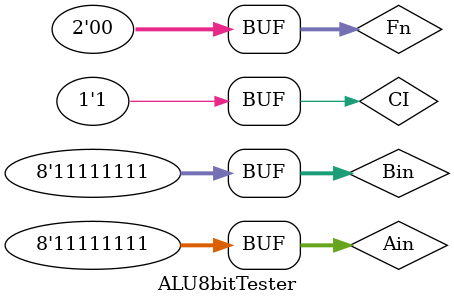
<source format=v>


`timescale 1ns/100ps

module ALU8bitTester;
  
  // Define a parameter so that the ALU can be any size:
  
  parameter SIZE = 8;
   
  // Declare all inputs as reg and outputs as wire:
  
  reg  [SIZE-1:0] Ain, Bin;
  reg       [1:0] Fn;
  reg  CI;
  
  wire [SIZE-1:0] Result;
  wire CO, OV;
  
  wire [SIZE-1:0] Result_PS;
  wire CO_PS, OV_PS;
  
  // Instantiate a FullAdder4bit:
  
  ALU8bit    UUT1 (Ain, Bin, Fn, CI, Result, CO, OV);
  ALU8bit_PS UUT2 (Ain, Bin, Fn, CI, Result_PS, CO_PS, OV_PS);
    
  // Define a parameter to choose the appropriate simulation:
  
  parameter SIM_CHOICE = 1;
  
  // Create the testbench sequences:
  
  initial begin
    
    // Simulation #1:
    // Set values of Ain and Bin accordingly, and test the Ain + Bin function:
    
    if (SIM_CHOICE == 1) begin
      
      // Set the simulation to add Ain to Bin.
      
      Fn    <= 2'b00;
      
      // Perform a regular addition:
      
      Ain   <= 8'b00001111;      
      Bin   <= 8'b11110000;
      CI    <= 0;
      
      #25;
      
      // Perform one more regular addition:
      
      Ain   <= 8'b10000000;      
      Bin   <= 8'b00110110;
      CI    <= 0;
      
      #25;
      
      // Perform an addition with a CI.
      // This should give a CO and cause an overflow.
      
      Ain   <= 8'b00001111;      
      Bin   <= 8'b11110000;
      CI    <= 1;
      
      #25;
      
      // Perform an addition that will force an overflow.
      
      Ain   <= 8'b11111111;      
      Bin   <= 8'b11111111;
      CI    <= 1;
      
      #25;
      
    end 

    // Simulation #2:
    // Set values of Ain and Bin accordingly, and test the Ain + 0.5Bin function:
      
    else if (SIM_CHOICE == 2) begin
        
      // Set the simulation to add Ain to 0.5 Bin.
      
      Fn    <= 2'b01;
      
      // Test #1:
      
      Ain   <= 8'b00001111;      
      Bin   <= 8'b11110000;
      CI    <= 0;
      
      #25;
      
      // Test #2:
      
      Ain   <= 8'b10000000;      
      Bin   <= 8'b00110110;
      CI    <= 0;
      
      #25;
      
      // Test #3:
      
      Ain   <= 8'b00001111;      
      Bin   <= 8'b11110000;
      CI    <= 1;
      
      #25;
      
      // Test #4:
      
      Ain   <= 8'b11111111;      
      Bin   <= 8'b11111111;
      CI    <= 1;
      
      #25;
      
    end
         
    // Simulation #3:
    // Set values of Ain and Bin accordingly, and test the Ain AND Bin function:
    
    else if (SIM_CHOICE == 3) begin
      
      // Set the simulation to perform Ain & Bin.
            
      Fn    <= 2'b10;
            
      // Test 1:
            
      Ain   <= 8'b00001111;      
      Bin   <= 8'b11110000;
            
      #25;
            
      // Test 2:
            
      Ain   <= 8'b10100100;      
      Bin   <= 8'b10110110;
            
      #25;
            
      // Test 3:
            
      Ain   <= 8'b11001111;      
      Bin   <= 8'b11110011;
            
      #25;
            
      // Test 4:
            
      Ain   <= 8'b11111111;      
      Bin   <= 8'b11111111;
            
      #25;
            
    end
    
    // Simulation #4:
    // Set values of Ain and Bin accordingly, and test the NOT Ain function:
    
    else if (SIM_CHOICE == 4) begin
    
      // Set the simulation to perform Ain & Bin.
            
      Fn    <= 2'b11;
            
      // Test 1:
            
      Ain   <= 8'b00001111;      
            
      #25;
            
      // Test 2:
            
      Ain   <= 8'b10100100;      
            
      #25;
            
      // Test 3:
            
      Ain   <= 8'b11001111;      
            
      #25;
            
      // Test 4:
            
      Ain   <= 8'b11111111;      
            
      #25;
      
    end  
    
    else begin
      $display ("An invalid number was chosen for SIM_CHOICE.");      
    end
    
  end
    
endmodule
</source>
